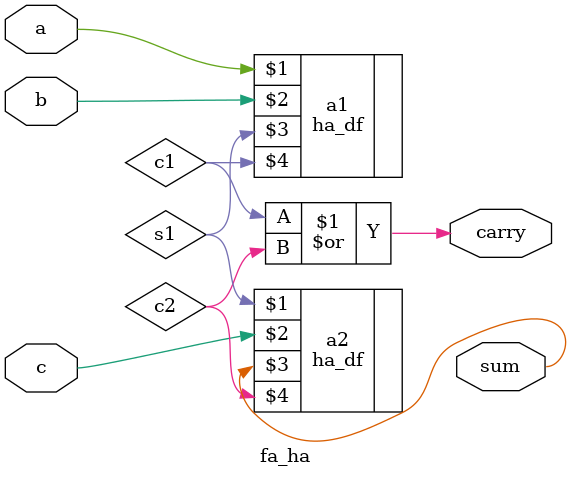
<source format=v>
`timescale 1ns / 1ps
module fa_ha(a,b,c,sum,carry);
	input a,b,c;
	output sum,carry;
	
	wire s1,c1,c2;
	ha_df a1(a,b,s1,c1);
	ha_df a2(s1,c,sum,c2);
	or a3(carry,c1,c2);
	

endmodule

</source>
